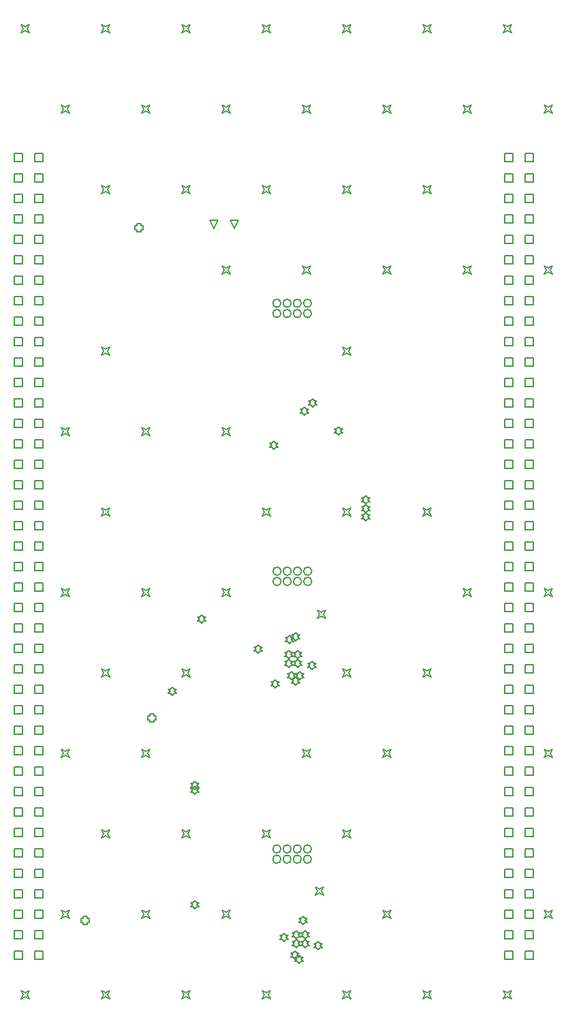
<source format=gbr>
%TF.GenerationSoftware,Altium Limited,Altium Designer,19.1.6 (110)*%
G04 Layer_Color=2752767*
%FSLAX26Y26*%
%MOIN*%
%TF.FileFunction,Drawing*%
%TF.Part,Single*%
G01*
G75*
%TA.AperFunction,NonConductor*%
%ADD58C,0.005000*%
%ADD76C,0.006667*%
D58*
X-1361205Y2027956D02*
Y2067956D01*
X-1321205D01*
Y2027956D01*
X-1361205D01*
Y1927956D02*
Y1967956D01*
X-1321205D01*
Y1927956D01*
X-1361205D01*
Y1827956D02*
Y1867956D01*
X-1321205D01*
Y1827956D01*
X-1361205D01*
Y1727956D02*
Y1767956D01*
X-1321205D01*
Y1727956D01*
X-1361205D01*
Y1627956D02*
Y1667956D01*
X-1321205D01*
Y1627956D01*
X-1361205D01*
Y1527956D02*
Y1567956D01*
X-1321205D01*
Y1527956D01*
X-1361205D01*
Y1427956D02*
Y1467956D01*
X-1321205D01*
Y1427956D01*
X-1361205D01*
Y1327956D02*
Y1367956D01*
X-1321205D01*
Y1327956D01*
X-1361205D01*
Y1227956D02*
Y1267956D01*
X-1321205D01*
Y1227956D01*
X-1361205D01*
Y1127956D02*
Y1167956D01*
X-1321205D01*
Y1127956D01*
X-1361205D01*
Y1027956D02*
Y1067956D01*
X-1321205D01*
Y1027956D01*
X-1361205D01*
Y927956D02*
Y967956D01*
X-1321205D01*
Y927956D01*
X-1361205D01*
Y827956D02*
Y867956D01*
X-1321205D01*
Y827956D01*
X-1361205D01*
Y727956D02*
Y767956D01*
X-1321205D01*
Y727956D01*
X-1361205D01*
Y627956D02*
Y667956D01*
X-1321205D01*
Y627956D01*
X-1361205D01*
Y527956D02*
Y567956D01*
X-1321205D01*
Y527956D01*
X-1361205D01*
Y427955D02*
Y467955D01*
X-1321205D01*
Y427955D01*
X-1361205D01*
Y327955D02*
Y367955D01*
X-1321205D01*
Y327955D01*
X-1361205D01*
Y227956D02*
Y267955D01*
X-1321205D01*
Y227956D01*
X-1361205D01*
Y127956D02*
Y167956D01*
X-1321205D01*
Y127956D01*
X-1361205D01*
Y27956D02*
Y67956D01*
X-1321205D01*
Y27956D01*
X-1361205D01*
Y-72044D02*
Y-32044D01*
X-1321205D01*
Y-72044D01*
X-1361205D01*
Y-172044D02*
Y-132044D01*
X-1321205D01*
Y-172044D01*
X-1361205D01*
Y-272045D02*
Y-232044D01*
X-1321205D01*
Y-272045D01*
X-1361205D01*
Y-372045D02*
Y-332045D01*
X-1321205D01*
Y-372045D01*
X-1361205D01*
Y-472045D02*
Y-432045D01*
X-1321205D01*
Y-472045D01*
X-1361205D01*
Y-572044D02*
Y-532044D01*
X-1321205D01*
Y-572044D01*
X-1361205D01*
Y-672044D02*
Y-632044D01*
X-1321205D01*
Y-672044D01*
X-1361205D01*
Y-772044D02*
Y-732044D01*
X-1321205D01*
Y-772044D01*
X-1361205D01*
Y-872044D02*
Y-832044D01*
X-1321205D01*
Y-872044D01*
X-1361205D01*
Y-972044D02*
Y-932044D01*
X-1321205D01*
Y-972044D01*
X-1361205D01*
Y-1072044D02*
Y-1032044D01*
X-1321205D01*
Y-1072044D01*
X-1361205D01*
Y-1172044D02*
Y-1132044D01*
X-1321205D01*
Y-1172044D01*
X-1361205D01*
Y-1272044D02*
Y-1232044D01*
X-1321205D01*
Y-1272044D01*
X-1361205D01*
Y-1372044D02*
Y-1332044D01*
X-1321205D01*
Y-1372044D01*
X-1361205D01*
Y-1472044D02*
Y-1432044D01*
X-1321205D01*
Y-1472044D01*
X-1361205D01*
Y-1572044D02*
Y-1532044D01*
X-1321205D01*
Y-1572044D01*
X-1361205D01*
Y-1672044D02*
Y-1632044D01*
X-1321205D01*
Y-1672044D01*
X-1361205D01*
Y-1772044D02*
Y-1732044D01*
X-1321205D01*
Y-1772044D01*
X-1361205D01*
Y-1872044D02*
Y-1832044D01*
X-1321205D01*
Y-1872044D01*
X-1361205D01*
X-1261205Y2027956D02*
Y2067956D01*
X-1221205D01*
Y2027956D01*
X-1261205D01*
Y1927956D02*
Y1967956D01*
X-1221205D01*
Y1927956D01*
X-1261205D01*
Y1827956D02*
Y1867956D01*
X-1221205D01*
Y1827956D01*
X-1261205D01*
Y1727956D02*
Y1767956D01*
X-1221205D01*
Y1727956D01*
X-1261205D01*
Y1627956D02*
Y1667956D01*
X-1221205D01*
Y1627956D01*
X-1261205D01*
Y1527956D02*
Y1567956D01*
X-1221205D01*
Y1527956D01*
X-1261205D01*
Y1427956D02*
Y1467956D01*
X-1221205D01*
Y1427956D01*
X-1261205D01*
Y1327956D02*
Y1367956D01*
X-1221205D01*
Y1327956D01*
X-1261205D01*
Y1227956D02*
Y1267956D01*
X-1221205D01*
Y1227956D01*
X-1261205D01*
Y1127956D02*
Y1167956D01*
X-1221205D01*
Y1127956D01*
X-1261205D01*
Y1027956D02*
Y1067956D01*
X-1221205D01*
Y1027956D01*
X-1261205D01*
Y927956D02*
Y967956D01*
X-1221205D01*
Y927956D01*
X-1261205D01*
Y827956D02*
Y867956D01*
X-1221205D01*
Y827956D01*
X-1261205D01*
Y727956D02*
Y767956D01*
X-1221205D01*
Y727956D01*
X-1261205D01*
Y627956D02*
Y667956D01*
X-1221205D01*
Y627956D01*
X-1261205D01*
Y527956D02*
Y567956D01*
X-1221205D01*
Y527956D01*
X-1261205D01*
Y427955D02*
Y467955D01*
X-1221205D01*
Y427955D01*
X-1261205D01*
Y327955D02*
Y367955D01*
X-1221205D01*
Y327955D01*
X-1261205D01*
Y227956D02*
Y267955D01*
X-1221205D01*
Y227956D01*
X-1261205D01*
Y127956D02*
Y167956D01*
X-1221205D01*
Y127956D01*
X-1261205D01*
Y27956D02*
Y67956D01*
X-1221205D01*
Y27956D01*
X-1261205D01*
Y-72044D02*
Y-32044D01*
X-1221205D01*
Y-72044D01*
X-1261205D01*
Y-172044D02*
Y-132044D01*
X-1221205D01*
Y-172044D01*
X-1261205D01*
Y-272045D02*
Y-232044D01*
X-1221205D01*
Y-272045D01*
X-1261205D01*
Y-372045D02*
Y-332045D01*
X-1221205D01*
Y-372045D01*
X-1261205D01*
Y-472045D02*
Y-432045D01*
X-1221205D01*
Y-472045D01*
X-1261205D01*
Y-572044D02*
Y-532044D01*
X-1221205D01*
Y-572044D01*
X-1261205D01*
Y-672044D02*
Y-632044D01*
X-1221205D01*
Y-672044D01*
X-1261205D01*
Y-772044D02*
Y-732044D01*
X-1221205D01*
Y-772044D01*
X-1261205D01*
Y-872044D02*
Y-832044D01*
X-1221205D01*
Y-872044D01*
X-1261205D01*
Y-972044D02*
Y-932044D01*
X-1221205D01*
Y-972044D01*
X-1261205D01*
Y-1072044D02*
Y-1032044D01*
X-1221205D01*
Y-1072044D01*
X-1261205D01*
Y-1172044D02*
Y-1132044D01*
X-1221205D01*
Y-1172044D01*
X-1261205D01*
Y-1272044D02*
Y-1232044D01*
X-1221205D01*
Y-1272044D01*
X-1261205D01*
Y-1372044D02*
Y-1332044D01*
X-1221205D01*
Y-1372044D01*
X-1261205D01*
Y-1472044D02*
Y-1432044D01*
X-1221205D01*
Y-1472044D01*
X-1261205D01*
Y-1572044D02*
Y-1532044D01*
X-1221205D01*
Y-1572044D01*
X-1261205D01*
Y-1672044D02*
Y-1632044D01*
X-1221205D01*
Y-1672044D01*
X-1261205D01*
Y-1772044D02*
Y-1732044D01*
X-1221205D01*
Y-1772044D01*
X-1261205D01*
Y-1872044D02*
Y-1832044D01*
X-1221205D01*
Y-1872044D01*
X-1261205D01*
X1138795Y-1873029D02*
Y-1833029D01*
X1178795D01*
Y-1873029D01*
X1138795D01*
Y-1773029D02*
Y-1733029D01*
X1178795D01*
Y-1773029D01*
X1138795D01*
Y-1673029D02*
Y-1633029D01*
X1178795D01*
Y-1673029D01*
X1138795D01*
Y-1573029D02*
Y-1533029D01*
X1178795D01*
Y-1573029D01*
X1138795D01*
Y-1473029D02*
Y-1433029D01*
X1178795D01*
Y-1473029D01*
X1138795D01*
Y-1373029D02*
Y-1333029D01*
X1178795D01*
Y-1373029D01*
X1138795D01*
Y-1273029D02*
Y-1233029D01*
X1178795D01*
Y-1273029D01*
X1138795D01*
Y-1173029D02*
Y-1133029D01*
X1178795D01*
Y-1173029D01*
X1138795D01*
Y-1073029D02*
Y-1033029D01*
X1178795D01*
Y-1073029D01*
X1138795D01*
Y-973029D02*
Y-933029D01*
X1178795D01*
Y-973029D01*
X1138795D01*
Y-873029D02*
Y-833029D01*
X1178795D01*
Y-873029D01*
X1138795D01*
Y-773029D02*
Y-733029D01*
X1178795D01*
Y-773029D01*
X1138795D01*
Y-673029D02*
Y-633029D01*
X1178795D01*
Y-673029D01*
X1138795D01*
Y-573029D02*
Y-533029D01*
X1178795D01*
Y-573029D01*
X1138795D01*
Y-473029D02*
Y-433029D01*
X1178795D01*
Y-473029D01*
X1138795D01*
Y-373029D02*
Y-333029D01*
X1178795D01*
Y-373029D01*
X1138795D01*
Y-273029D02*
Y-233029D01*
X1178795D01*
Y-273029D01*
X1138795D01*
Y-173029D02*
Y-133029D01*
X1178795D01*
Y-173029D01*
X1138795D01*
Y-73029D02*
Y-33029D01*
X1178795D01*
Y-73029D01*
X1138795D01*
Y26971D02*
Y66971D01*
X1178795D01*
Y26971D01*
X1138795D01*
Y126971D02*
Y166971D01*
X1178795D01*
Y126971D01*
X1138795D01*
Y226971D02*
Y266971D01*
X1178795D01*
Y226971D01*
X1138795D01*
Y326971D02*
Y366971D01*
X1178795D01*
Y326971D01*
X1138795D01*
Y426971D02*
Y466971D01*
X1178795D01*
Y426971D01*
X1138795D01*
Y526971D02*
Y566971D01*
X1178795D01*
Y526971D01*
X1138795D01*
Y626971D02*
Y666971D01*
X1178795D01*
Y626971D01*
X1138795D01*
Y726971D02*
Y766971D01*
X1178795D01*
Y726971D01*
X1138795D01*
Y826971D02*
Y866971D01*
X1178795D01*
Y826971D01*
X1138795D01*
Y926971D02*
Y966971D01*
X1178795D01*
Y926971D01*
X1138795D01*
Y1026971D02*
Y1066971D01*
X1178795D01*
Y1026971D01*
X1138795D01*
Y1126971D02*
Y1166971D01*
X1178795D01*
Y1126971D01*
X1138795D01*
Y1226971D02*
Y1266971D01*
X1178795D01*
Y1226971D01*
X1138795D01*
Y1326971D02*
Y1366971D01*
X1178795D01*
Y1326971D01*
X1138795D01*
Y1426971D02*
Y1466971D01*
X1178795D01*
Y1426971D01*
X1138795D01*
Y1526971D02*
Y1566971D01*
X1178795D01*
Y1526971D01*
X1138795D01*
Y1626971D02*
Y1666971D01*
X1178795D01*
Y1626971D01*
X1138795D01*
Y1726971D02*
Y1766971D01*
X1178795D01*
Y1726971D01*
X1138795D01*
Y1826971D02*
Y1866971D01*
X1178795D01*
Y1826971D01*
X1138795D01*
Y1926971D02*
Y1966971D01*
X1178795D01*
Y1926971D01*
X1138795D01*
Y2026971D02*
Y2066971D01*
X1178795D01*
Y2026971D01*
X1138795D01*
X1038795Y-1873029D02*
Y-1833029D01*
X1078795D01*
Y-1873029D01*
X1038795D01*
Y-1773029D02*
Y-1733029D01*
X1078795D01*
Y-1773029D01*
X1038795D01*
Y-1673029D02*
Y-1633029D01*
X1078795D01*
Y-1673029D01*
X1038795D01*
Y-1573029D02*
Y-1533029D01*
X1078795D01*
Y-1573029D01*
X1038795D01*
Y-1473029D02*
Y-1433029D01*
X1078795D01*
Y-1473029D01*
X1038795D01*
Y-1373029D02*
Y-1333029D01*
X1078795D01*
Y-1373029D01*
X1038795D01*
Y-1273029D02*
Y-1233029D01*
X1078795D01*
Y-1273029D01*
X1038795D01*
Y-1173029D02*
Y-1133029D01*
X1078795D01*
Y-1173029D01*
X1038795D01*
Y-1073029D02*
Y-1033029D01*
X1078795D01*
Y-1073029D01*
X1038795D01*
Y-973029D02*
Y-933029D01*
X1078795D01*
Y-973029D01*
X1038795D01*
Y-873029D02*
Y-833029D01*
X1078795D01*
Y-873029D01*
X1038795D01*
Y-773029D02*
Y-733029D01*
X1078795D01*
Y-773029D01*
X1038795D01*
Y-673029D02*
Y-633029D01*
X1078795D01*
Y-673029D01*
X1038795D01*
Y-573029D02*
Y-533029D01*
X1078795D01*
Y-573029D01*
X1038795D01*
Y-473029D02*
Y-433029D01*
X1078795D01*
Y-473029D01*
X1038795D01*
Y-373029D02*
Y-333029D01*
X1078795D01*
Y-373029D01*
X1038795D01*
Y-273029D02*
Y-233029D01*
X1078795D01*
Y-273029D01*
X1038795D01*
Y-173029D02*
Y-133029D01*
X1078795D01*
Y-173029D01*
X1038795D01*
Y-73029D02*
Y-33029D01*
X1078795D01*
Y-73029D01*
X1038795D01*
Y26971D02*
Y66971D01*
X1078795D01*
Y26971D01*
X1038795D01*
Y126971D02*
Y166971D01*
X1078795D01*
Y126971D01*
X1038795D01*
Y226971D02*
Y266971D01*
X1078795D01*
Y226971D01*
X1038795D01*
Y326971D02*
Y366971D01*
X1078795D01*
Y326971D01*
X1038795D01*
Y426971D02*
Y466971D01*
X1078795D01*
Y426971D01*
X1038795D01*
Y526971D02*
Y566971D01*
X1078795D01*
Y526971D01*
X1038795D01*
Y626971D02*
Y666971D01*
X1078795D01*
Y626971D01*
X1038795D01*
Y726971D02*
Y766971D01*
X1078795D01*
Y726971D01*
X1038795D01*
Y826971D02*
Y866971D01*
X1078795D01*
Y826971D01*
X1038795D01*
Y926971D02*
Y966971D01*
X1078795D01*
Y926971D01*
X1038795D01*
Y1026971D02*
Y1066971D01*
X1078795D01*
Y1026971D01*
X1038795D01*
Y1126971D02*
Y1166971D01*
X1078795D01*
Y1126971D01*
X1038795D01*
Y1226971D02*
Y1266971D01*
X1078795D01*
Y1226971D01*
X1038795D01*
Y1326971D02*
Y1366971D01*
X1078795D01*
Y1326971D01*
X1038795D01*
Y1426971D02*
Y1466971D01*
X1078795D01*
Y1426971D01*
X1038795D01*
Y1526971D02*
Y1566971D01*
X1078795D01*
Y1526971D01*
X1038795D01*
Y1626971D02*
Y1666971D01*
X1078795D01*
Y1626971D01*
X1038795D01*
Y1726971D02*
Y1766971D01*
X1078795D01*
Y1726971D01*
X1038795D01*
Y1826971D02*
Y1866971D01*
X1078795D01*
Y1826971D01*
X1038795D01*
Y1926971D02*
Y1966971D01*
X1078795D01*
Y1926971D01*
X1038795D01*
Y2026971D02*
Y2066971D01*
X1078795D01*
Y2026971D01*
X1038795D01*
X-283000Y1702000D02*
X-303000Y1742000D01*
X-263000D01*
X-283000Y1702000D01*
X-383000D02*
X-403000Y1742000D01*
X-363000D01*
X-383000Y1702000D01*
X-166500Y-373500D02*
X-156500Y-363500D01*
X-146500D01*
X-156500Y-353500D01*
X-146500Y-343500D01*
X-156500D01*
X-166500Y-333500D01*
X-176500Y-343500D01*
X-186500D01*
X-176500Y-353500D01*
X-186500Y-363500D01*
X-176500D01*
X-166500Y-373500D01*
X125000Y-204000D02*
X135000Y-184000D01*
X125000Y-164000D01*
X145000Y-174000D01*
X165000Y-164000D01*
X155000Y-184000D01*
X165000Y-204000D01*
X145000Y-194000D01*
X125000Y-204000D01*
X-14000Y-329000D02*
X-4000Y-319000D01*
X6000D01*
X-4000Y-309000D01*
X6000Y-299000D01*
X-4000D01*
X-14000Y-289000D01*
X-24000Y-299000D01*
X-34000D01*
X-24000Y-309000D01*
X-34000Y-319000D01*
X-24000D01*
X-14000Y-329000D01*
X115000Y-1560000D02*
X125000Y-1540000D01*
X115000Y-1520000D01*
X135000Y-1530000D01*
X155000Y-1520000D01*
X145000Y-1540000D01*
X155000Y-1560000D01*
X135000Y-1550000D01*
X115000Y-1560000D01*
X-588000Y-582000D02*
X-578000Y-572000D01*
X-568000D01*
X-578000Y-562000D01*
X-568000Y-552000D01*
X-578000D01*
X-588000Y-542000D01*
X-598000Y-552000D01*
X-608000D01*
X-598000Y-562000D01*
X-608000Y-572000D01*
X-598000D01*
X-588000Y-582000D01*
X359000Y311000D02*
X369000Y321000D01*
X379000D01*
X369000Y331000D01*
X379000Y341000D01*
X369000D01*
X359000Y351000D01*
X349000Y341000D01*
X339000D01*
X349000Y331000D01*
X339000Y321000D01*
X349000D01*
X359000Y311000D01*
X360000Y271000D02*
X370000Y281000D01*
X380000D01*
X370000Y291000D01*
X380000Y301000D01*
X370000D01*
X360000Y311000D01*
X350000Y301000D01*
X340000D01*
X350000Y291000D01*
X340000Y281000D01*
X350000D01*
X360000Y271000D01*
X359000Y355000D02*
X369000Y365000D01*
X379000D01*
X369000Y375000D01*
X379000Y385000D01*
X369000D01*
X359000Y395000D01*
X349000Y385000D01*
X339000D01*
X349000Y375000D01*
X339000Y365000D01*
X349000D01*
X359000Y355000D01*
X228000Y690000D02*
X238000Y700000D01*
X248000D01*
X238000Y710000D01*
X248000Y720000D01*
X238000D01*
X228000Y730000D01*
X218000Y720000D01*
X208000D01*
X218000Y710000D01*
X208000Y700000D01*
X218000D01*
X228000Y690000D01*
X97000Y-456000D02*
X107000Y-446000D01*
X117000D01*
X107000Y-436000D01*
X117000Y-426000D01*
X107000D01*
X97000Y-416000D01*
X87000Y-426000D01*
X77000D01*
X87000Y-436000D01*
X77000Y-446000D01*
X87000D01*
X97000Y-456000D01*
X-476000Y-1042000D02*
X-466000Y-1032000D01*
X-456000D01*
X-466000Y-1022000D01*
X-456000Y-1012000D01*
X-466000D01*
X-476000Y-1002000D01*
X-486000Y-1012000D01*
X-496000D01*
X-486000Y-1022000D01*
X-496000Y-1032000D01*
X-486000D01*
X-476000Y-1042000D01*
Y-1064000D02*
X-466000Y-1054000D01*
X-456000D01*
X-466000Y-1044000D01*
X-456000Y-1034000D01*
X-466000D01*
X-476000Y-1024000D01*
X-486000Y-1034000D01*
X-496000D01*
X-486000Y-1044000D01*
X-496000Y-1054000D01*
X-486000D01*
X-476000Y-1064000D01*
X60528Y788473D02*
X70528Y798473D01*
X80528D01*
X70528Y808473D01*
X80528Y818473D01*
X70528D01*
X60528Y828473D01*
X50528Y818473D01*
X40528D01*
X50528Y808473D01*
X40528Y798473D01*
X50528D01*
X60528Y788473D01*
X-697000Y-702000D02*
Y-712000D01*
X-677000D01*
Y-702000D01*
X-667000D01*
Y-682000D01*
X-677000D01*
Y-672000D01*
X-697000D01*
Y-682000D01*
X-707000D01*
Y-702000D01*
X-697000D01*
X-1022000Y-1692000D02*
Y-1702000D01*
X-1002000D01*
Y-1692000D01*
X-992000D01*
Y-1672000D01*
X-1002000D01*
Y-1662000D01*
X-1022000D01*
Y-1672000D01*
X-1032000D01*
Y-1692000D01*
X-1022000D01*
X-759000Y1696000D02*
Y1686000D01*
X-739000D01*
Y1696000D01*
X-729000D01*
Y1716000D01*
X-739000D01*
Y1726000D01*
X-759000D01*
Y1716000D01*
X-769000D01*
Y1696000D01*
X-759000D01*
X1035150Y2657709D02*
X1045150Y2677709D01*
X1035150Y2697709D01*
X1055150Y2687709D01*
X1075150Y2697709D01*
X1065150Y2677709D01*
X1075150Y2657709D01*
X1055150Y2667709D01*
X1035150Y2657709D01*
X1232000Y2264008D02*
X1242000Y2284008D01*
X1232000Y2304008D01*
X1252000Y2294008D01*
X1272000Y2304008D01*
X1262000Y2284008D01*
X1272000Y2264008D01*
X1252000Y2274008D01*
X1232000Y2264008D01*
Y1476606D02*
X1242000Y1496606D01*
X1232000Y1516606D01*
X1252000Y1506606D01*
X1272000Y1516606D01*
X1262000Y1496606D01*
X1272000Y1476606D01*
X1252000Y1486606D01*
X1232000Y1476606D01*
Y-98197D02*
X1242000Y-78197D01*
X1232000Y-58197D01*
X1252000Y-68197D01*
X1272000Y-58197D01*
X1262000Y-78197D01*
X1272000Y-98197D01*
X1252000Y-88197D01*
X1232000Y-98197D01*
Y-885598D02*
X1242000Y-865598D01*
X1232000Y-845598D01*
X1252000Y-855598D01*
X1272000Y-845598D01*
X1262000Y-865598D01*
X1272000Y-885598D01*
X1252000Y-875598D01*
X1232000Y-885598D01*
Y-1673000D02*
X1242000Y-1653000D01*
X1232000Y-1633000D01*
X1252000Y-1643000D01*
X1272000Y-1633000D01*
X1262000Y-1653000D01*
X1272000Y-1673000D01*
X1252000Y-1663000D01*
X1232000Y-1673000D01*
X1035150Y-2066701D02*
X1045150Y-2046701D01*
X1035150Y-2026701D01*
X1055150Y-2036701D01*
X1075150Y-2026701D01*
X1065150Y-2046701D01*
X1075150Y-2066701D01*
X1055150Y-2056701D01*
X1035150Y-2066701D01*
X641449Y2657709D02*
X651449Y2677709D01*
X641449Y2697709D01*
X661449Y2687709D01*
X681449Y2697709D01*
X671449Y2677709D01*
X681449Y2657709D01*
X661449Y2667709D01*
X641449Y2657709D01*
X838299Y2264008D02*
X848299Y2284008D01*
X838299Y2304008D01*
X858299Y2294008D01*
X878299Y2304008D01*
X868299Y2284008D01*
X878299Y2264008D01*
X858299Y2274008D01*
X838299Y2264008D01*
X641449Y1870307D02*
X651449Y1890307D01*
X641449Y1910307D01*
X661449Y1900307D01*
X681449Y1910307D01*
X671449Y1890307D01*
X681449Y1870307D01*
X661449Y1880307D01*
X641449Y1870307D01*
X838299Y1476606D02*
X848299Y1496606D01*
X838299Y1516606D01*
X858299Y1506606D01*
X878299Y1516606D01*
X868299Y1496606D01*
X878299Y1476606D01*
X858299Y1486606D01*
X838299Y1476606D01*
X641449Y295504D02*
X651449Y315504D01*
X641449Y335504D01*
X661449Y325504D01*
X681449Y335504D01*
X671449Y315504D01*
X681449Y295504D01*
X661449Y305504D01*
X641449Y295504D01*
X838299Y-98197D02*
X848299Y-78197D01*
X838299Y-58197D01*
X858299Y-68197D01*
X878299Y-58197D01*
X868299Y-78197D01*
X878299Y-98197D01*
X858299Y-88197D01*
X838299Y-98197D01*
X641449Y-491898D02*
X651449Y-471898D01*
X641449Y-451898D01*
X661449Y-461898D01*
X681449Y-451898D01*
X671449Y-471898D01*
X681449Y-491898D01*
X661449Y-481898D01*
X641449Y-491898D01*
Y-2066701D02*
X651449Y-2046701D01*
X641449Y-2026701D01*
X661449Y-2036701D01*
X681449Y-2026701D01*
X671449Y-2046701D01*
X681449Y-2066701D01*
X661449Y-2056701D01*
X641449Y-2066701D01*
X247748Y2657709D02*
X257748Y2677709D01*
X247748Y2697709D01*
X267748Y2687709D01*
X287748Y2697709D01*
X277748Y2677709D01*
X287748Y2657709D01*
X267748Y2667709D01*
X247748Y2657709D01*
X444598Y2264008D02*
X454598Y2284008D01*
X444598Y2304008D01*
X464598Y2294008D01*
X484598Y2304008D01*
X474598Y2284008D01*
X484598Y2264008D01*
X464598Y2274008D01*
X444598Y2264008D01*
X247748Y1870307D02*
X257748Y1890307D01*
X247748Y1910307D01*
X267748Y1900307D01*
X287748Y1910307D01*
X277748Y1890307D01*
X287748Y1870307D01*
X267748Y1880307D01*
X247748Y1870307D01*
X444598Y1476606D02*
X454598Y1496606D01*
X444598Y1516606D01*
X464598Y1506606D01*
X484598Y1516606D01*
X474598Y1496606D01*
X484598Y1476606D01*
X464598Y1486606D01*
X444598Y1476606D01*
X247748Y1082906D02*
X257748Y1102906D01*
X247748Y1122906D01*
X267748Y1112906D01*
X287748Y1122906D01*
X277748Y1102906D01*
X287748Y1082906D01*
X267748Y1092906D01*
X247748Y1082906D01*
Y295504D02*
X257748Y315504D01*
X247748Y335504D01*
X267748Y325504D01*
X287748Y335504D01*
X277748Y315504D01*
X287748Y295504D01*
X267748Y305504D01*
X247748Y295504D01*
Y-491898D02*
X257748Y-471898D01*
X247748Y-451898D01*
X267748Y-461898D01*
X287748Y-451898D01*
X277748Y-471898D01*
X287748Y-491898D01*
X267748Y-481898D01*
X247748Y-491898D01*
X444598Y-885598D02*
X454598Y-865598D01*
X444598Y-845598D01*
X464598Y-855598D01*
X484598Y-845598D01*
X474598Y-865598D01*
X484598Y-885598D01*
X464598Y-875598D01*
X444598Y-885598D01*
X247748Y-1279299D02*
X257748Y-1259299D01*
X247748Y-1239299D01*
X267748Y-1249299D01*
X287748Y-1239299D01*
X277748Y-1259299D01*
X287748Y-1279299D01*
X267748Y-1269299D01*
X247748Y-1279299D01*
X444598Y-1673000D02*
X454598Y-1653000D01*
X444598Y-1633000D01*
X464598Y-1643000D01*
X484598Y-1633000D01*
X474598Y-1653000D01*
X484598Y-1673000D01*
X464598Y-1663000D01*
X444598Y-1673000D01*
X247748Y-2066701D02*
X257748Y-2046701D01*
X247748Y-2026701D01*
X267748Y-2036701D01*
X287748Y-2026701D01*
X277748Y-2046701D01*
X287748Y-2066701D01*
X267748Y-2056701D01*
X247748Y-2066701D01*
X-145953Y2657709D02*
X-135953Y2677709D01*
X-145953Y2697709D01*
X-125953Y2687709D01*
X-105953Y2697709D01*
X-115953Y2677709D01*
X-105953Y2657709D01*
X-125953Y2667709D01*
X-145953Y2657709D01*
X50898Y2264008D02*
X60898Y2284008D01*
X50898Y2304008D01*
X70898Y2294008D01*
X90898Y2304008D01*
X80898Y2284008D01*
X90898Y2264008D01*
X70898Y2274008D01*
X50898Y2264008D01*
X-145953Y1870307D02*
X-135953Y1890307D01*
X-145953Y1910307D01*
X-125953Y1900307D01*
X-105953Y1910307D01*
X-115953Y1890307D01*
X-105953Y1870307D01*
X-125953Y1880307D01*
X-145953Y1870307D01*
X50898Y1476606D02*
X60898Y1496606D01*
X50898Y1516606D01*
X70898Y1506606D01*
X90898Y1516606D01*
X80898Y1496606D01*
X90898Y1476606D01*
X70898Y1486606D01*
X50898Y1476606D01*
X-145953Y295504D02*
X-135953Y315504D01*
X-145953Y335504D01*
X-125953Y325504D01*
X-105953Y335504D01*
X-115953Y315504D01*
X-105953Y295504D01*
X-125953Y305504D01*
X-145953Y295504D01*
X50898Y-885598D02*
X60898Y-865598D01*
X50898Y-845598D01*
X70898Y-855598D01*
X90898Y-845598D01*
X80898Y-865598D01*
X90898Y-885598D01*
X70898Y-875598D01*
X50898Y-885598D01*
X-145953Y-1279299D02*
X-135953Y-1259299D01*
X-145953Y-1239299D01*
X-125953Y-1249299D01*
X-105953Y-1239299D01*
X-115953Y-1259299D01*
X-105953Y-1279299D01*
X-125953Y-1269299D01*
X-145953Y-1279299D01*
Y-2066701D02*
X-135953Y-2046701D01*
X-145953Y-2026701D01*
X-125953Y-2036701D01*
X-105953Y-2026701D01*
X-115953Y-2046701D01*
X-105953Y-2066701D01*
X-125953Y-2056701D01*
X-145953Y-2066701D01*
X-539654Y2657709D02*
X-529654Y2677709D01*
X-539654Y2697709D01*
X-519654Y2687709D01*
X-499654Y2697709D01*
X-509654Y2677709D01*
X-499654Y2657709D01*
X-519654Y2667709D01*
X-539654Y2657709D01*
X-342803Y2264008D02*
X-332803Y2284008D01*
X-342803Y2304008D01*
X-322803Y2294008D01*
X-302803Y2304008D01*
X-312803Y2284008D01*
X-302803Y2264008D01*
X-322803Y2274008D01*
X-342803Y2264008D01*
X-539654Y1870307D02*
X-529654Y1890307D01*
X-539654Y1910307D01*
X-519654Y1900307D01*
X-499654Y1910307D01*
X-509654Y1890307D01*
X-499654Y1870307D01*
X-519654Y1880307D01*
X-539654Y1870307D01*
X-342803Y1476606D02*
X-332803Y1496606D01*
X-342803Y1516606D01*
X-322803Y1506606D01*
X-302803Y1516606D01*
X-312803Y1496606D01*
X-302803Y1476606D01*
X-322803Y1486606D01*
X-342803Y1476606D01*
Y689205D02*
X-332803Y709205D01*
X-342803Y729205D01*
X-322803Y719205D01*
X-302803Y729205D01*
X-312803Y709205D01*
X-302803Y689205D01*
X-322803Y699205D01*
X-342803Y689205D01*
Y-98197D02*
X-332803Y-78197D01*
X-342803Y-58197D01*
X-322803Y-68197D01*
X-302803Y-58197D01*
X-312803Y-78197D01*
X-302803Y-98197D01*
X-322803Y-88197D01*
X-342803Y-98197D01*
X-539654Y-491898D02*
X-529654Y-471898D01*
X-539654Y-451898D01*
X-519654Y-461898D01*
X-499654Y-451898D01*
X-509654Y-471898D01*
X-499654Y-491898D01*
X-519654Y-481898D01*
X-539654Y-491898D01*
Y-1279299D02*
X-529654Y-1259299D01*
X-539654Y-1239299D01*
X-519654Y-1249299D01*
X-499654Y-1239299D01*
X-509654Y-1259299D01*
X-499654Y-1279299D01*
X-519654Y-1269299D01*
X-539654Y-1279299D01*
X-342803Y-1673000D02*
X-332803Y-1653000D01*
X-342803Y-1633000D01*
X-322803Y-1643000D01*
X-302803Y-1633000D01*
X-312803Y-1653000D01*
X-302803Y-1673000D01*
X-322803Y-1663000D01*
X-342803Y-1673000D01*
X-539654Y-2066701D02*
X-529654Y-2046701D01*
X-539654Y-2026701D01*
X-519654Y-2036701D01*
X-499654Y-2026701D01*
X-509654Y-2046701D01*
X-499654Y-2066701D01*
X-519654Y-2056701D01*
X-539654Y-2066701D01*
X-933354Y2657709D02*
X-923354Y2677709D01*
X-933354Y2697709D01*
X-913354Y2687709D01*
X-893354Y2697709D01*
X-903354Y2677709D01*
X-893354Y2657709D01*
X-913354Y2667709D01*
X-933354Y2657709D01*
X-736504Y2264008D02*
X-726504Y2284008D01*
X-736504Y2304008D01*
X-716504Y2294008D01*
X-696504Y2304008D01*
X-706504Y2284008D01*
X-696504Y2264008D01*
X-716504Y2274008D01*
X-736504Y2264008D01*
X-933354Y1870307D02*
X-923354Y1890307D01*
X-933354Y1910307D01*
X-913354Y1900307D01*
X-893354Y1910307D01*
X-903354Y1890307D01*
X-893354Y1870307D01*
X-913354Y1880307D01*
X-933354Y1870307D01*
Y1082906D02*
X-923354Y1102906D01*
X-933354Y1122906D01*
X-913354Y1112906D01*
X-893354Y1122906D01*
X-903354Y1102906D01*
X-893354Y1082906D01*
X-913354Y1092906D01*
X-933354Y1082906D01*
X-736504Y689205D02*
X-726504Y709205D01*
X-736504Y729205D01*
X-716504Y719205D01*
X-696504Y729205D01*
X-706504Y709205D01*
X-696504Y689205D01*
X-716504Y699205D01*
X-736504Y689205D01*
X-933354Y295504D02*
X-923354Y315504D01*
X-933354Y335504D01*
X-913354Y325504D01*
X-893354Y335504D01*
X-903354Y315504D01*
X-893354Y295504D01*
X-913354Y305504D01*
X-933354Y295504D01*
X-736504Y-98197D02*
X-726504Y-78197D01*
X-736504Y-58197D01*
X-716504Y-68197D01*
X-696504Y-58197D01*
X-706504Y-78197D01*
X-696504Y-98197D01*
X-716504Y-88197D01*
X-736504Y-98197D01*
X-933354Y-491898D02*
X-923354Y-471898D01*
X-933354Y-451898D01*
X-913354Y-461898D01*
X-893354Y-451898D01*
X-903354Y-471898D01*
X-893354Y-491898D01*
X-913354Y-481898D01*
X-933354Y-491898D01*
X-736504Y-885598D02*
X-726504Y-865598D01*
X-736504Y-845598D01*
X-716504Y-855598D01*
X-696504Y-845598D01*
X-706504Y-865598D01*
X-696504Y-885598D01*
X-716504Y-875598D01*
X-736504Y-885598D01*
X-933354Y-1279299D02*
X-923354Y-1259299D01*
X-933354Y-1239299D01*
X-913354Y-1249299D01*
X-893354Y-1239299D01*
X-903354Y-1259299D01*
X-893354Y-1279299D01*
X-913354Y-1269299D01*
X-933354Y-1279299D01*
X-736504Y-1673000D02*
X-726504Y-1653000D01*
X-736504Y-1633000D01*
X-716504Y-1643000D01*
X-696504Y-1633000D01*
X-706504Y-1653000D01*
X-696504Y-1673000D01*
X-716504Y-1663000D01*
X-736504Y-1673000D01*
X-933354Y-2066701D02*
X-923354Y-2046701D01*
X-933354Y-2026701D01*
X-913354Y-2036701D01*
X-893354Y-2026701D01*
X-903354Y-2046701D01*
X-893354Y-2066701D01*
X-913354Y-2056701D01*
X-933354Y-2066701D01*
X-1327055Y2657709D02*
X-1317055Y2677709D01*
X-1327055Y2697709D01*
X-1307055Y2687709D01*
X-1287055Y2697709D01*
X-1297055Y2677709D01*
X-1287055Y2657709D01*
X-1307055Y2667709D01*
X-1327055Y2657709D01*
X-1130205Y2264008D02*
X-1120205Y2284008D01*
X-1130205Y2304008D01*
X-1110205Y2294008D01*
X-1090205Y2304008D01*
X-1100205Y2284008D01*
X-1090205Y2264008D01*
X-1110205Y2274008D01*
X-1130205Y2264008D01*
Y689205D02*
X-1120205Y709205D01*
X-1130205Y729205D01*
X-1110205Y719205D01*
X-1090205Y729205D01*
X-1100205Y709205D01*
X-1090205Y689205D01*
X-1110205Y699205D01*
X-1130205Y689205D01*
Y-98197D02*
X-1120205Y-78197D01*
X-1130205Y-58197D01*
X-1110205Y-68197D01*
X-1090205Y-58197D01*
X-1100205Y-78197D01*
X-1090205Y-98197D01*
X-1110205Y-88197D01*
X-1130205Y-98197D01*
Y-885598D02*
X-1120205Y-865598D01*
X-1130205Y-845598D01*
X-1110205Y-855598D01*
X-1090205Y-845598D01*
X-1100205Y-865598D01*
X-1090205Y-885598D01*
X-1110205Y-875598D01*
X-1130205Y-885598D01*
Y-1673000D02*
X-1120205Y-1653000D01*
X-1130205Y-1633000D01*
X-1110205Y-1643000D01*
X-1090205Y-1633000D01*
X-1100205Y-1653000D01*
X-1090205Y-1673000D01*
X-1110205Y-1663000D01*
X-1130205Y-1673000D01*
X-1327055Y-2066701D02*
X-1317055Y-2046701D01*
X-1327055Y-2026701D01*
X-1307055Y-2036701D01*
X-1287055Y-2026701D01*
X-1297055Y-2046701D01*
X-1287055Y-2066701D01*
X-1307055Y-2056701D01*
X-1327055Y-2066701D01*
X-476000Y-1624000D02*
X-466000Y-1614000D01*
X-456000D01*
X-466000Y-1604000D01*
X-456000Y-1594000D01*
X-466000D01*
X-476000Y-1584000D01*
X-486000Y-1594000D01*
X-496000D01*
X-486000Y-1604000D01*
X-496000Y-1614000D01*
X-486000D01*
X-476000Y-1624000D01*
X-443000Y-228000D02*
X-433000Y-218000D01*
X-423000D01*
X-433000Y-208000D01*
X-423000Y-198000D01*
X-433000D01*
X-443000Y-188000D01*
X-453000Y-198000D01*
X-463000D01*
X-453000Y-208000D01*
X-463000Y-218000D01*
X-453000D01*
X-443000Y-228000D01*
X53000Y-1702000D02*
X63000Y-1692000D01*
X73000D01*
X63000Y-1682000D01*
X73000Y-1672000D01*
X63000D01*
X53000Y-1662000D01*
X43000Y-1672000D01*
X33000D01*
X43000Y-1682000D01*
X33000Y-1692000D01*
X43000D01*
X53000Y-1702000D01*
X33150Y-1893000D02*
X43150Y-1883000D01*
X53150D01*
X43150Y-1873000D01*
X53150Y-1863000D01*
X43150D01*
X33150Y-1853000D01*
X23150Y-1863000D01*
X13150D01*
X23150Y-1873000D01*
X13150Y-1883000D01*
X23150D01*
X33150Y-1893000D01*
X13000Y-1873000D02*
X23000Y-1863000D01*
X33000D01*
X23000Y-1853000D01*
X33000Y-1843000D01*
X23000D01*
X13000Y-1833000D01*
X3000Y-1843000D01*
X-7000D01*
X3000Y-1853000D01*
X-7000Y-1863000D01*
X3000D01*
X13000Y-1873000D01*
X125677Y-1825000D02*
X135677Y-1815000D01*
X145677D01*
X135677Y-1805000D01*
X145677Y-1795000D01*
X135677D01*
X125677Y-1785000D01*
X115677Y-1795000D01*
X105677D01*
X115677Y-1805000D01*
X105677Y-1815000D01*
X115677D01*
X125677Y-1825000D01*
X27811Y-400189D02*
X37811Y-390189D01*
X47811D01*
X37811Y-380189D01*
X47811Y-370189D01*
X37811D01*
X27811Y-360189D01*
X17811Y-370189D01*
X7811D01*
X17811Y-380189D01*
X7811Y-390189D01*
X17811D01*
X27811Y-400189D01*
X-39677Y-1785000D02*
X-29677Y-1775000D01*
X-19677D01*
X-29677Y-1765000D01*
X-19677Y-1755000D01*
X-29677D01*
X-39677Y-1745000D01*
X-49677Y-1755000D01*
X-59677D01*
X-49677Y-1765000D01*
X-59677Y-1775000D01*
X-49677D01*
X-39677Y-1785000D01*
X64654Y-1816654D02*
X74654Y-1806654D01*
X84654D01*
X74654Y-1796654D01*
X84654Y-1786654D01*
X74654D01*
X64654Y-1776654D01*
X54654Y-1786654D01*
X44654D01*
X54654Y-1796654D01*
X44654Y-1806654D01*
X54654D01*
X64654Y-1816654D01*
X21346D02*
X31346Y-1806654D01*
X41346D01*
X31346Y-1796654D01*
X41346Y-1786654D01*
X31346D01*
X21346Y-1776654D01*
X11347Y-1786654D01*
X1347D01*
X11347Y-1796654D01*
X1347Y-1806654D01*
X11347D01*
X21346Y-1816654D01*
X64654Y-1773347D02*
X74654Y-1763347D01*
X84654D01*
X74654Y-1753347D01*
X84654Y-1743347D01*
X74654D01*
X64654Y-1733347D01*
X54654Y-1743347D01*
X44654D01*
X54654Y-1753347D01*
X44654Y-1763347D01*
X54654D01*
X64654Y-1773347D01*
X21346D02*
X31346Y-1763347D01*
X41346D01*
X31346Y-1753347D01*
X41346Y-1743347D01*
X31346D01*
X21346Y-1733347D01*
X11347Y-1743347D01*
X1347D01*
X11347Y-1753347D01*
X1347Y-1763347D01*
X11347D01*
X21346Y-1773347D01*
X-15496Y-400189D02*
X-5496Y-390189D01*
X4504D01*
X-5496Y-380189D01*
X4504Y-370189D01*
X-5496D01*
X-15496Y-360189D01*
X-25496Y-370189D01*
X-35496D01*
X-25496Y-380189D01*
X-35496Y-390189D01*
X-25496D01*
X-15496Y-400189D01*
Y-443496D02*
X-5496Y-433496D01*
X4504D01*
X-5496Y-423496D01*
X4504Y-413496D01*
X-5496D01*
X-15496Y-403496D01*
X-25496Y-413496D01*
X-35496D01*
X-25496Y-423496D01*
X-35496Y-433496D01*
X-25496D01*
X-15496Y-443496D01*
X27811D02*
X37811Y-433496D01*
X47811D01*
X37811Y-423496D01*
X47811Y-413496D01*
X37811D01*
X27811Y-403496D01*
X17811Y-413496D01*
X7811D01*
X17811Y-423496D01*
X7811Y-433496D01*
X17811D01*
X27811Y-443496D01*
X-4000Y-504504D02*
X6000Y-494504D01*
X16000D01*
X6000Y-484504D01*
X16000Y-474504D01*
X6000D01*
X-4000Y-464504D01*
X-14000Y-474504D01*
X-24000D01*
X-14000Y-484504D01*
X-24000Y-494504D01*
X-14000D01*
X-4000Y-504504D01*
X17000Y-531504D02*
X27000Y-521504D01*
X37000D01*
X27000Y-511504D01*
X37000Y-501504D01*
X27000D01*
X17000Y-491504D01*
X7000Y-501504D01*
X-3000D01*
X7000Y-511504D01*
X-3000Y-521504D01*
X7000D01*
X17000Y-531504D01*
X37000Y-505504D02*
X47000Y-495504D01*
X57000D01*
X47000Y-485504D01*
X57000Y-475504D01*
X47000D01*
X37000Y-465504D01*
X27000Y-475504D01*
X17000D01*
X27000Y-485504D01*
X17000Y-495504D01*
X27000D01*
X37000Y-505504D01*
X16000Y-315000D02*
X26000Y-305000D01*
X36000D01*
X26000Y-295000D01*
X36000Y-285000D01*
X26000D01*
X16000Y-275000D01*
X6000Y-285000D01*
X-4000D01*
X6000Y-295000D01*
X-4000Y-305000D01*
X6000D01*
X16000Y-315000D01*
X-84000Y-546449D02*
X-74000Y-536449D01*
X-64000D01*
X-74000Y-526449D01*
X-64000Y-516449D01*
X-74000D01*
X-84000Y-506449D01*
X-94000Y-516449D01*
X-104000D01*
X-94000Y-526449D01*
X-104000Y-536449D01*
X-94000D01*
X-84000Y-546449D01*
X101000Y828000D02*
X111000Y838000D01*
X121000D01*
X111000Y848000D01*
X121000Y858000D01*
X111000D01*
X101000Y868000D01*
X91000Y858000D01*
X81000D01*
X91000Y848000D01*
X81000Y838000D01*
X91000D01*
X101000Y828000D01*
X-89000Y623000D02*
X-79000Y633000D01*
X-69000D01*
X-79000Y643000D01*
X-69000Y653000D01*
X-79000D01*
X-89000Y663000D01*
X-99000Y653000D01*
X-109000D01*
X-99000Y643000D01*
X-109000Y633000D01*
X-99000D01*
X-89000Y623000D01*
D76*
X-55000Y1285520D02*
G03*
X-55000Y1285520I-20000J0D01*
G01*
Y1335520D02*
G03*
X-55000Y1335520I-20000J0D01*
G01*
X-5000Y1285520D02*
G03*
X-5000Y1285520I-20000J0D01*
G01*
Y1335520D02*
G03*
X-5000Y1335520I-20000J0D01*
G01*
X45000Y1285520D02*
G03*
X45000Y1285520I-20000J0D01*
G01*
Y1335520D02*
G03*
X45000Y1335520I-20000J0D01*
G01*
X95000Y1285520D02*
G03*
X95000Y1285520I-20000J0D01*
G01*
Y1335520D02*
G03*
X95000Y1335520I-20000J0D01*
G01*
X96000Y25520D02*
G03*
X96000Y25520I-20000J0D01*
G01*
Y-24480D02*
G03*
X96000Y-24480I-20000J0D01*
G01*
X46000Y25520D02*
G03*
X46000Y25520I-20000J0D01*
G01*
Y-24480D02*
G03*
X46000Y-24480I-20000J0D01*
G01*
X-4000Y25520D02*
G03*
X-4000Y25520I-20000J0D01*
G01*
Y-24480D02*
G03*
X-4000Y-24480I-20000J0D01*
G01*
X-54000Y25520D02*
G03*
X-54000Y25520I-20000J0D01*
G01*
Y-24480D02*
G03*
X-54000Y-24480I-20000J0D01*
G01*
X-55000Y-1382480D02*
G03*
X-55000Y-1382480I-20000J0D01*
G01*
Y-1332480D02*
G03*
X-55000Y-1332480I-20000J0D01*
G01*
X-5000Y-1382480D02*
G03*
X-5000Y-1382480I-20000J0D01*
G01*
Y-1332480D02*
G03*
X-5000Y-1332480I-20000J0D01*
G01*
X45000Y-1382480D02*
G03*
X45000Y-1382480I-20000J0D01*
G01*
Y-1332480D02*
G03*
X45000Y-1332480I-20000J0D01*
G01*
X95000Y-1382480D02*
G03*
X95000Y-1382480I-20000J0D01*
G01*
Y-1332480D02*
G03*
X95000Y-1332480I-20000J0D01*
G01*
%TF.MD5,4d32d2c6ce4918673096acf68f1c7003*%
M02*

</source>
